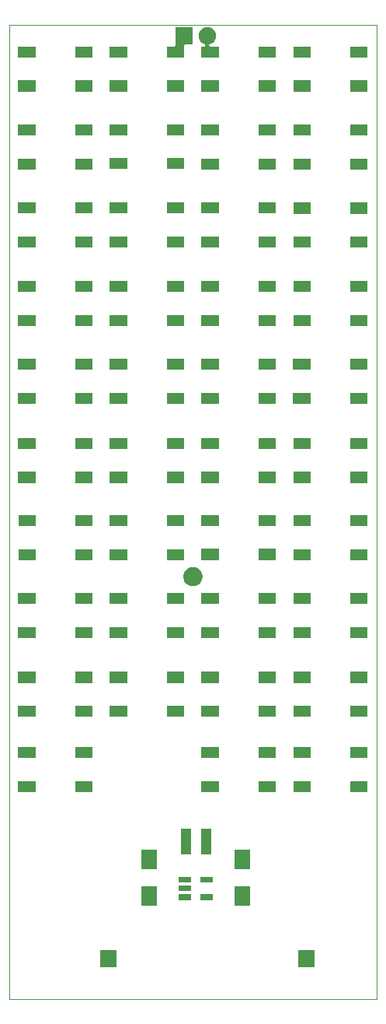
<source format=gbr>
G04 #@! TF.GenerationSoftware,KiCad,Pcbnew,(5.1.0)-1*
G04 #@! TF.CreationDate,2019-03-25T17:59:43+01:00*
G04 #@! TF.ProjectId,jvc_remote,6a76635f-7265-46d6-9f74-652e6b696361,rev?*
G04 #@! TF.SameCoordinates,Original*
G04 #@! TF.FileFunction,Soldermask,Top*
G04 #@! TF.FilePolarity,Negative*
%FSLAX46Y46*%
G04 Gerber Fmt 4.6, Leading zero omitted, Abs format (unit mm)*
G04 Created by KiCad (PCBNEW (5.1.0)-1) date 2019-03-25 17:59:43*
%MOMM*%
%LPD*%
G04 APERTURE LIST*
%ADD10C,0.050000*%
%ADD11C,0.100000*%
G04 APERTURE END LIST*
D10*
X76200000Y-139700000D02*
X76200000Y-33655000D01*
X116205000Y-139700000D02*
X76200000Y-139700000D01*
X116205000Y-33655000D02*
X116205000Y-139700000D01*
X76200000Y-33655000D02*
X116205000Y-33655000D01*
D11*
G36*
X109486000Y-136156000D02*
G01*
X107684000Y-136156000D01*
X107684000Y-134354000D01*
X109486000Y-134354000D01*
X109486000Y-136156000D01*
X109486000Y-136156000D01*
G37*
G36*
X87896000Y-136156000D02*
G01*
X86094000Y-136156000D01*
X86094000Y-134354000D01*
X87896000Y-134354000D01*
X87896000Y-136156000D01*
X87896000Y-136156000D01*
G37*
G36*
X102451000Y-129511000D02*
G01*
X100749000Y-129511000D01*
X100749000Y-127409000D01*
X102451000Y-127409000D01*
X102451000Y-129511000D01*
X102451000Y-129511000D01*
G37*
G36*
X92291000Y-129511000D02*
G01*
X90589000Y-129511000D01*
X90589000Y-127409000D01*
X92291000Y-127409000D01*
X92291000Y-129511000D01*
X92291000Y-129511000D01*
G37*
G36*
X95986800Y-128879800D02*
G01*
X94665600Y-128879800D01*
X94665600Y-128269800D01*
X95986800Y-128269800D01*
X95986800Y-128879800D01*
X95986800Y-128879800D01*
G37*
G36*
X98374400Y-128879800D02*
G01*
X97053200Y-128879800D01*
X97053200Y-128269800D01*
X98374400Y-128269800D01*
X98374400Y-128879800D01*
X98374400Y-128879800D01*
G37*
G36*
X95986800Y-127940000D02*
G01*
X94665600Y-127940000D01*
X94665600Y-127330000D01*
X95986800Y-127330000D01*
X95986800Y-127940000D01*
X95986800Y-127940000D01*
G37*
G36*
X98374400Y-127000200D02*
G01*
X97053200Y-127000200D01*
X97053200Y-126390200D01*
X98374400Y-126390200D01*
X98374400Y-127000200D01*
X98374400Y-127000200D01*
G37*
G36*
X95986800Y-127000200D02*
G01*
X94665600Y-127000200D01*
X94665600Y-126390200D01*
X95986800Y-126390200D01*
X95986800Y-127000200D01*
X95986800Y-127000200D01*
G37*
G36*
X102451000Y-125511000D02*
G01*
X100749000Y-125511000D01*
X100749000Y-123409000D01*
X102451000Y-123409000D01*
X102451000Y-125511000D01*
X102451000Y-125511000D01*
G37*
G36*
X92291000Y-125511000D02*
G01*
X90589000Y-125511000D01*
X90589000Y-123409000D01*
X92291000Y-123409000D01*
X92291000Y-125511000D01*
X92291000Y-125511000D01*
G37*
G36*
X95971000Y-123956000D02*
G01*
X94869000Y-123956000D01*
X94869000Y-121154000D01*
X95971000Y-121154000D01*
X95971000Y-123956000D01*
X95971000Y-123956000D01*
G37*
G36*
X98171000Y-123956000D02*
G01*
X97069000Y-123956000D01*
X97069000Y-121154000D01*
X98171000Y-121154000D01*
X98171000Y-123956000D01*
X98171000Y-123956000D01*
G37*
G36*
X85254800Y-117132000D02*
G01*
X83352800Y-117132000D01*
X83352800Y-115930000D01*
X85254800Y-115930000D01*
X85254800Y-117132000D01*
X85254800Y-117132000D01*
G37*
G36*
X109052200Y-117132000D02*
G01*
X107150200Y-117132000D01*
X107150200Y-115930000D01*
X109052200Y-115930000D01*
X109052200Y-117132000D01*
X109052200Y-117132000D01*
G37*
G36*
X115252200Y-117132000D02*
G01*
X113350200Y-117132000D01*
X113350200Y-115930000D01*
X115252200Y-115930000D01*
X115252200Y-117132000D01*
X115252200Y-117132000D01*
G37*
G36*
X99044600Y-117132000D02*
G01*
X97142600Y-117132000D01*
X97142600Y-115930000D01*
X99044600Y-115930000D01*
X99044600Y-117132000D01*
X99044600Y-117132000D01*
G37*
G36*
X105244600Y-117132000D02*
G01*
X103342600Y-117132000D01*
X103342600Y-115930000D01*
X105244600Y-115930000D01*
X105244600Y-117132000D01*
X105244600Y-117132000D01*
G37*
G36*
X79054800Y-117132000D02*
G01*
X77152800Y-117132000D01*
X77152800Y-115930000D01*
X79054800Y-115930000D01*
X79054800Y-117132000D01*
X79054800Y-117132000D01*
G37*
G36*
X109052200Y-113432000D02*
G01*
X107150200Y-113432000D01*
X107150200Y-112230000D01*
X109052200Y-112230000D01*
X109052200Y-113432000D01*
X109052200Y-113432000D01*
G37*
G36*
X85254800Y-113432000D02*
G01*
X83352800Y-113432000D01*
X83352800Y-112230000D01*
X85254800Y-112230000D01*
X85254800Y-113432000D01*
X85254800Y-113432000D01*
G37*
G36*
X79054800Y-113432000D02*
G01*
X77152800Y-113432000D01*
X77152800Y-112230000D01*
X79054800Y-112230000D01*
X79054800Y-113432000D01*
X79054800Y-113432000D01*
G37*
G36*
X99044600Y-113432000D02*
G01*
X97142600Y-113432000D01*
X97142600Y-112230000D01*
X99044600Y-112230000D01*
X99044600Y-113432000D01*
X99044600Y-113432000D01*
G37*
G36*
X115252200Y-113432000D02*
G01*
X113350200Y-113432000D01*
X113350200Y-112230000D01*
X115252200Y-112230000D01*
X115252200Y-113432000D01*
X115252200Y-113432000D01*
G37*
G36*
X105244600Y-113432000D02*
G01*
X103342600Y-113432000D01*
X103342600Y-112230000D01*
X105244600Y-112230000D01*
X105244600Y-113432000D01*
X105244600Y-113432000D01*
G37*
G36*
X99044600Y-108953200D02*
G01*
X97142600Y-108953200D01*
X97142600Y-107751200D01*
X99044600Y-107751200D01*
X99044600Y-108953200D01*
X99044600Y-108953200D01*
G37*
G36*
X115252200Y-108953200D02*
G01*
X113350200Y-108953200D01*
X113350200Y-107751200D01*
X115252200Y-107751200D01*
X115252200Y-108953200D01*
X115252200Y-108953200D01*
G37*
G36*
X109052200Y-108953200D02*
G01*
X107150200Y-108953200D01*
X107150200Y-107751200D01*
X109052200Y-107751200D01*
X109052200Y-108953200D01*
X109052200Y-108953200D01*
G37*
G36*
X105244600Y-108953200D02*
G01*
X103342600Y-108953200D01*
X103342600Y-107751200D01*
X105244600Y-107751200D01*
X105244600Y-108953200D01*
X105244600Y-108953200D01*
G37*
G36*
X89037000Y-108953200D02*
G01*
X87135000Y-108953200D01*
X87135000Y-107751200D01*
X89037000Y-107751200D01*
X89037000Y-108953200D01*
X89037000Y-108953200D01*
G37*
G36*
X95237000Y-108953200D02*
G01*
X93335000Y-108953200D01*
X93335000Y-107751200D01*
X95237000Y-107751200D01*
X95237000Y-108953200D01*
X95237000Y-108953200D01*
G37*
G36*
X79054800Y-108953200D02*
G01*
X77152800Y-108953200D01*
X77152800Y-107751200D01*
X79054800Y-107751200D01*
X79054800Y-108953200D01*
X79054800Y-108953200D01*
G37*
G36*
X85254800Y-108953200D02*
G01*
X83352800Y-108953200D01*
X83352800Y-107751200D01*
X85254800Y-107751200D01*
X85254800Y-108953200D01*
X85254800Y-108953200D01*
G37*
G36*
X85254800Y-105253200D02*
G01*
X83352800Y-105253200D01*
X83352800Y-104051200D01*
X85254800Y-104051200D01*
X85254800Y-105253200D01*
X85254800Y-105253200D01*
G37*
G36*
X109052200Y-105253200D02*
G01*
X107150200Y-105253200D01*
X107150200Y-104051200D01*
X109052200Y-104051200D01*
X109052200Y-105253200D01*
X109052200Y-105253200D01*
G37*
G36*
X115252200Y-105253200D02*
G01*
X113350200Y-105253200D01*
X113350200Y-104051200D01*
X115252200Y-104051200D01*
X115252200Y-105253200D01*
X115252200Y-105253200D01*
G37*
G36*
X99044600Y-105253200D02*
G01*
X97142600Y-105253200D01*
X97142600Y-104051200D01*
X99044600Y-104051200D01*
X99044600Y-105253200D01*
X99044600Y-105253200D01*
G37*
G36*
X105244600Y-105253200D02*
G01*
X103342600Y-105253200D01*
X103342600Y-104051200D01*
X105244600Y-104051200D01*
X105244600Y-105253200D01*
X105244600Y-105253200D01*
G37*
G36*
X89037000Y-105253200D02*
G01*
X87135000Y-105253200D01*
X87135000Y-104051200D01*
X89037000Y-104051200D01*
X89037000Y-105253200D01*
X89037000Y-105253200D01*
G37*
G36*
X95237000Y-105253200D02*
G01*
X93335000Y-105253200D01*
X93335000Y-104051200D01*
X95237000Y-104051200D01*
X95237000Y-105253200D01*
X95237000Y-105253200D01*
G37*
G36*
X79054800Y-105253200D02*
G01*
X77152800Y-105253200D01*
X77152800Y-104051200D01*
X79054800Y-104051200D01*
X79054800Y-105253200D01*
X79054800Y-105253200D01*
G37*
G36*
X115252200Y-100393400D02*
G01*
X113350200Y-100393400D01*
X113350200Y-99191400D01*
X115252200Y-99191400D01*
X115252200Y-100393400D01*
X115252200Y-100393400D01*
G37*
G36*
X109052200Y-100393400D02*
G01*
X107150200Y-100393400D01*
X107150200Y-99191400D01*
X109052200Y-99191400D01*
X109052200Y-100393400D01*
X109052200Y-100393400D01*
G37*
G36*
X105244600Y-100393400D02*
G01*
X103342600Y-100393400D01*
X103342600Y-99191400D01*
X105244600Y-99191400D01*
X105244600Y-100393400D01*
X105244600Y-100393400D01*
G37*
G36*
X79054800Y-100393400D02*
G01*
X77152800Y-100393400D01*
X77152800Y-99191400D01*
X79054800Y-99191400D01*
X79054800Y-100393400D01*
X79054800Y-100393400D01*
G37*
G36*
X95237000Y-100393400D02*
G01*
X93335000Y-100393400D01*
X93335000Y-99191400D01*
X95237000Y-99191400D01*
X95237000Y-100393400D01*
X95237000Y-100393400D01*
G37*
G36*
X99044600Y-100393400D02*
G01*
X97142600Y-100393400D01*
X97142600Y-99191400D01*
X99044600Y-99191400D01*
X99044600Y-100393400D01*
X99044600Y-100393400D01*
G37*
G36*
X85254800Y-100393400D02*
G01*
X83352800Y-100393400D01*
X83352800Y-99191400D01*
X85254800Y-99191400D01*
X85254800Y-100393400D01*
X85254800Y-100393400D01*
G37*
G36*
X89037000Y-100393400D02*
G01*
X87135000Y-100393400D01*
X87135000Y-99191400D01*
X89037000Y-99191400D01*
X89037000Y-100393400D01*
X89037000Y-100393400D01*
G37*
G36*
X79054800Y-96693400D02*
G01*
X77152800Y-96693400D01*
X77152800Y-95491400D01*
X79054800Y-95491400D01*
X79054800Y-96693400D01*
X79054800Y-96693400D01*
G37*
G36*
X115252200Y-96693400D02*
G01*
X113350200Y-96693400D01*
X113350200Y-95491400D01*
X115252200Y-95491400D01*
X115252200Y-96693400D01*
X115252200Y-96693400D01*
G37*
G36*
X109052200Y-96693400D02*
G01*
X107150200Y-96693400D01*
X107150200Y-95491400D01*
X109052200Y-95491400D01*
X109052200Y-96693400D01*
X109052200Y-96693400D01*
G37*
G36*
X105244600Y-96693400D02*
G01*
X103342600Y-96693400D01*
X103342600Y-95491400D01*
X105244600Y-95491400D01*
X105244600Y-96693400D01*
X105244600Y-96693400D01*
G37*
G36*
X99044600Y-96693400D02*
G01*
X97142600Y-96693400D01*
X97142600Y-95491400D01*
X99044600Y-95491400D01*
X99044600Y-96693400D01*
X99044600Y-96693400D01*
G37*
G36*
X95237000Y-96693400D02*
G01*
X93335000Y-96693400D01*
X93335000Y-95491400D01*
X95237000Y-95491400D01*
X95237000Y-96693400D01*
X95237000Y-96693400D01*
G37*
G36*
X89037000Y-96693400D02*
G01*
X87135000Y-96693400D01*
X87135000Y-95491400D01*
X89037000Y-95491400D01*
X89037000Y-96693400D01*
X89037000Y-96693400D01*
G37*
G36*
X85254800Y-96693400D02*
G01*
X83352800Y-96693400D01*
X83352800Y-95491400D01*
X85254800Y-95491400D01*
X85254800Y-96693400D01*
X85254800Y-96693400D01*
G37*
G36*
X96516564Y-92689389D02*
G01*
X96707833Y-92768615D01*
X96707835Y-92768616D01*
X96879973Y-92883635D01*
X97026365Y-93030027D01*
X97141385Y-93202167D01*
X97220611Y-93393436D01*
X97261000Y-93596484D01*
X97261000Y-93803516D01*
X97220611Y-94006564D01*
X97141385Y-94197833D01*
X97141384Y-94197835D01*
X97026365Y-94369973D01*
X96879973Y-94516365D01*
X96707835Y-94631384D01*
X96707834Y-94631385D01*
X96707833Y-94631385D01*
X96516564Y-94710611D01*
X96313516Y-94751000D01*
X96106484Y-94751000D01*
X95903436Y-94710611D01*
X95712167Y-94631385D01*
X95712166Y-94631385D01*
X95712165Y-94631384D01*
X95540027Y-94516365D01*
X95393635Y-94369973D01*
X95278616Y-94197835D01*
X95278615Y-94197833D01*
X95199389Y-94006564D01*
X95159000Y-93803516D01*
X95159000Y-93596484D01*
X95199389Y-93393436D01*
X95278615Y-93202167D01*
X95393635Y-93030027D01*
X95540027Y-92883635D01*
X95712165Y-92768616D01*
X95712167Y-92768615D01*
X95903436Y-92689389D01*
X96106484Y-92649000D01*
X96313516Y-92649000D01*
X96516564Y-92689389D01*
X96516564Y-92689389D01*
G37*
G36*
X95237000Y-91909800D02*
G01*
X93335000Y-91909800D01*
X93335000Y-90707800D01*
X95237000Y-90707800D01*
X95237000Y-91909800D01*
X95237000Y-91909800D01*
G37*
G36*
X115252200Y-91909800D02*
G01*
X113350200Y-91909800D01*
X113350200Y-90707800D01*
X115252200Y-90707800D01*
X115252200Y-91909800D01*
X115252200Y-91909800D01*
G37*
G36*
X109052200Y-91909800D02*
G01*
X107150200Y-91909800D01*
X107150200Y-90707800D01*
X109052200Y-90707800D01*
X109052200Y-91909800D01*
X109052200Y-91909800D01*
G37*
G36*
X89037000Y-91909800D02*
G01*
X87135000Y-91909800D01*
X87135000Y-90707800D01*
X89037000Y-90707800D01*
X89037000Y-91909800D01*
X89037000Y-91909800D01*
G37*
G36*
X79080200Y-91909800D02*
G01*
X77178200Y-91909800D01*
X77178200Y-90707800D01*
X79080200Y-90707800D01*
X79080200Y-91909800D01*
X79080200Y-91909800D01*
G37*
G36*
X85280200Y-91909800D02*
G01*
X83378200Y-91909800D01*
X83378200Y-90707800D01*
X85280200Y-90707800D01*
X85280200Y-91909800D01*
X85280200Y-91909800D01*
G37*
G36*
X99044600Y-91884400D02*
G01*
X97142600Y-91884400D01*
X97142600Y-90682400D01*
X99044600Y-90682400D01*
X99044600Y-91884400D01*
X99044600Y-91884400D01*
G37*
G36*
X105244600Y-91884400D02*
G01*
X103342600Y-91884400D01*
X103342600Y-90682400D01*
X105244600Y-90682400D01*
X105244600Y-91884400D01*
X105244600Y-91884400D01*
G37*
G36*
X85280200Y-88209800D02*
G01*
X83378200Y-88209800D01*
X83378200Y-87007800D01*
X85280200Y-87007800D01*
X85280200Y-88209800D01*
X85280200Y-88209800D01*
G37*
G36*
X109052200Y-88209800D02*
G01*
X107150200Y-88209800D01*
X107150200Y-87007800D01*
X109052200Y-87007800D01*
X109052200Y-88209800D01*
X109052200Y-88209800D01*
G37*
G36*
X115252200Y-88209800D02*
G01*
X113350200Y-88209800D01*
X113350200Y-87007800D01*
X115252200Y-87007800D01*
X115252200Y-88209800D01*
X115252200Y-88209800D01*
G37*
G36*
X89037000Y-88209800D02*
G01*
X87135000Y-88209800D01*
X87135000Y-87007800D01*
X89037000Y-87007800D01*
X89037000Y-88209800D01*
X89037000Y-88209800D01*
G37*
G36*
X95237000Y-88209800D02*
G01*
X93335000Y-88209800D01*
X93335000Y-87007800D01*
X95237000Y-87007800D01*
X95237000Y-88209800D01*
X95237000Y-88209800D01*
G37*
G36*
X79080200Y-88209800D02*
G01*
X77178200Y-88209800D01*
X77178200Y-87007800D01*
X79080200Y-87007800D01*
X79080200Y-88209800D01*
X79080200Y-88209800D01*
G37*
G36*
X105244600Y-88184400D02*
G01*
X103342600Y-88184400D01*
X103342600Y-86982400D01*
X105244600Y-86982400D01*
X105244600Y-88184400D01*
X105244600Y-88184400D01*
G37*
G36*
X99044600Y-88184400D02*
G01*
X97142600Y-88184400D01*
X97142600Y-86982400D01*
X99044600Y-86982400D01*
X99044600Y-88184400D01*
X99044600Y-88184400D01*
G37*
G36*
X79054800Y-83502400D02*
G01*
X77152800Y-83502400D01*
X77152800Y-82300400D01*
X79054800Y-82300400D01*
X79054800Y-83502400D01*
X79054800Y-83502400D01*
G37*
G36*
X115252200Y-83502400D02*
G01*
X113350200Y-83502400D01*
X113350200Y-82300400D01*
X115252200Y-82300400D01*
X115252200Y-83502400D01*
X115252200Y-83502400D01*
G37*
G36*
X109052200Y-83502400D02*
G01*
X107150200Y-83502400D01*
X107150200Y-82300400D01*
X109052200Y-82300400D01*
X109052200Y-83502400D01*
X109052200Y-83502400D01*
G37*
G36*
X105244600Y-83502400D02*
G01*
X103342600Y-83502400D01*
X103342600Y-82300400D01*
X105244600Y-82300400D01*
X105244600Y-83502400D01*
X105244600Y-83502400D01*
G37*
G36*
X99044600Y-83502400D02*
G01*
X97142600Y-83502400D01*
X97142600Y-82300400D01*
X99044600Y-82300400D01*
X99044600Y-83502400D01*
X99044600Y-83502400D01*
G37*
G36*
X89037000Y-83502400D02*
G01*
X87135000Y-83502400D01*
X87135000Y-82300400D01*
X89037000Y-82300400D01*
X89037000Y-83502400D01*
X89037000Y-83502400D01*
G37*
G36*
X85254800Y-83502400D02*
G01*
X83352800Y-83502400D01*
X83352800Y-82300400D01*
X85254800Y-82300400D01*
X85254800Y-83502400D01*
X85254800Y-83502400D01*
G37*
G36*
X95237000Y-83502400D02*
G01*
X93335000Y-83502400D01*
X93335000Y-82300400D01*
X95237000Y-82300400D01*
X95237000Y-83502400D01*
X95237000Y-83502400D01*
G37*
G36*
X115252200Y-79802400D02*
G01*
X113350200Y-79802400D01*
X113350200Y-78600400D01*
X115252200Y-78600400D01*
X115252200Y-79802400D01*
X115252200Y-79802400D01*
G37*
G36*
X109052200Y-79802400D02*
G01*
X107150200Y-79802400D01*
X107150200Y-78600400D01*
X109052200Y-78600400D01*
X109052200Y-79802400D01*
X109052200Y-79802400D01*
G37*
G36*
X105244600Y-79802400D02*
G01*
X103342600Y-79802400D01*
X103342600Y-78600400D01*
X105244600Y-78600400D01*
X105244600Y-79802400D01*
X105244600Y-79802400D01*
G37*
G36*
X95237000Y-79802400D02*
G01*
X93335000Y-79802400D01*
X93335000Y-78600400D01*
X95237000Y-78600400D01*
X95237000Y-79802400D01*
X95237000Y-79802400D01*
G37*
G36*
X89037000Y-79802400D02*
G01*
X87135000Y-79802400D01*
X87135000Y-78600400D01*
X89037000Y-78600400D01*
X89037000Y-79802400D01*
X89037000Y-79802400D01*
G37*
G36*
X85254800Y-79802400D02*
G01*
X83352800Y-79802400D01*
X83352800Y-78600400D01*
X85254800Y-78600400D01*
X85254800Y-79802400D01*
X85254800Y-79802400D01*
G37*
G36*
X79054800Y-79802400D02*
G01*
X77152800Y-79802400D01*
X77152800Y-78600400D01*
X79054800Y-78600400D01*
X79054800Y-79802400D01*
X79054800Y-79802400D01*
G37*
G36*
X99044600Y-79802400D02*
G01*
X97142600Y-79802400D01*
X97142600Y-78600400D01*
X99044600Y-78600400D01*
X99044600Y-79802400D01*
X99044600Y-79802400D01*
G37*
G36*
X89037000Y-74891800D02*
G01*
X87135000Y-74891800D01*
X87135000Y-73689800D01*
X89037000Y-73689800D01*
X89037000Y-74891800D01*
X89037000Y-74891800D01*
G37*
G36*
X109026800Y-74891800D02*
G01*
X107124800Y-74891800D01*
X107124800Y-73689800D01*
X109026800Y-73689800D01*
X109026800Y-74891800D01*
X109026800Y-74891800D01*
G37*
G36*
X105244600Y-74891800D02*
G01*
X103342600Y-74891800D01*
X103342600Y-73689800D01*
X105244600Y-73689800D01*
X105244600Y-74891800D01*
X105244600Y-74891800D01*
G37*
G36*
X95237000Y-74891800D02*
G01*
X93335000Y-74891800D01*
X93335000Y-73689800D01*
X95237000Y-73689800D01*
X95237000Y-74891800D01*
X95237000Y-74891800D01*
G37*
G36*
X115226800Y-74891800D02*
G01*
X113324800Y-74891800D01*
X113324800Y-73689800D01*
X115226800Y-73689800D01*
X115226800Y-74891800D01*
X115226800Y-74891800D01*
G37*
G36*
X99044600Y-74891800D02*
G01*
X97142600Y-74891800D01*
X97142600Y-73689800D01*
X99044600Y-73689800D01*
X99044600Y-74891800D01*
X99044600Y-74891800D01*
G37*
G36*
X79054800Y-74891800D02*
G01*
X77152800Y-74891800D01*
X77152800Y-73689800D01*
X79054800Y-73689800D01*
X79054800Y-74891800D01*
X79054800Y-74891800D01*
G37*
G36*
X85254800Y-74891800D02*
G01*
X83352800Y-74891800D01*
X83352800Y-73689800D01*
X85254800Y-73689800D01*
X85254800Y-74891800D01*
X85254800Y-74891800D01*
G37*
G36*
X85254800Y-71191800D02*
G01*
X83352800Y-71191800D01*
X83352800Y-69989800D01*
X85254800Y-69989800D01*
X85254800Y-71191800D01*
X85254800Y-71191800D01*
G37*
G36*
X79054800Y-71191800D02*
G01*
X77152800Y-71191800D01*
X77152800Y-69989800D01*
X79054800Y-69989800D01*
X79054800Y-71191800D01*
X79054800Y-71191800D01*
G37*
G36*
X95237000Y-71191800D02*
G01*
X93335000Y-71191800D01*
X93335000Y-69989800D01*
X95237000Y-69989800D01*
X95237000Y-71191800D01*
X95237000Y-71191800D01*
G37*
G36*
X89037000Y-71191800D02*
G01*
X87135000Y-71191800D01*
X87135000Y-69989800D01*
X89037000Y-69989800D01*
X89037000Y-71191800D01*
X89037000Y-71191800D01*
G37*
G36*
X105244600Y-71191800D02*
G01*
X103342600Y-71191800D01*
X103342600Y-69989800D01*
X105244600Y-69989800D01*
X105244600Y-71191800D01*
X105244600Y-71191800D01*
G37*
G36*
X99044600Y-71191800D02*
G01*
X97142600Y-71191800D01*
X97142600Y-69989800D01*
X99044600Y-69989800D01*
X99044600Y-71191800D01*
X99044600Y-71191800D01*
G37*
G36*
X115226800Y-71191800D02*
G01*
X113324800Y-71191800D01*
X113324800Y-69989800D01*
X115226800Y-69989800D01*
X115226800Y-71191800D01*
X115226800Y-71191800D01*
G37*
G36*
X109026800Y-71191800D02*
G01*
X107124800Y-71191800D01*
X107124800Y-69989800D01*
X109026800Y-69989800D01*
X109026800Y-71191800D01*
X109026800Y-71191800D01*
G37*
G36*
X109052200Y-66408200D02*
G01*
X107150200Y-66408200D01*
X107150200Y-65206200D01*
X109052200Y-65206200D01*
X109052200Y-66408200D01*
X109052200Y-66408200D01*
G37*
G36*
X115252200Y-66408200D02*
G01*
X113350200Y-66408200D01*
X113350200Y-65206200D01*
X115252200Y-65206200D01*
X115252200Y-66408200D01*
X115252200Y-66408200D01*
G37*
G36*
X99044600Y-66408200D02*
G01*
X97142600Y-66408200D01*
X97142600Y-65206200D01*
X99044600Y-65206200D01*
X99044600Y-66408200D01*
X99044600Y-66408200D01*
G37*
G36*
X105244600Y-66408200D02*
G01*
X103342600Y-66408200D01*
X103342600Y-65206200D01*
X105244600Y-65206200D01*
X105244600Y-66408200D01*
X105244600Y-66408200D01*
G37*
G36*
X89037000Y-66408200D02*
G01*
X87135000Y-66408200D01*
X87135000Y-65206200D01*
X89037000Y-65206200D01*
X89037000Y-66408200D01*
X89037000Y-66408200D01*
G37*
G36*
X95237000Y-66408200D02*
G01*
X93335000Y-66408200D01*
X93335000Y-65206200D01*
X95237000Y-65206200D01*
X95237000Y-66408200D01*
X95237000Y-66408200D01*
G37*
G36*
X79054800Y-66408200D02*
G01*
X77152800Y-66408200D01*
X77152800Y-65206200D01*
X79054800Y-65206200D01*
X79054800Y-66408200D01*
X79054800Y-66408200D01*
G37*
G36*
X85254800Y-66408200D02*
G01*
X83352800Y-66408200D01*
X83352800Y-65206200D01*
X85254800Y-65206200D01*
X85254800Y-66408200D01*
X85254800Y-66408200D01*
G37*
G36*
X105244600Y-62708200D02*
G01*
X103342600Y-62708200D01*
X103342600Y-61506200D01*
X105244600Y-61506200D01*
X105244600Y-62708200D01*
X105244600Y-62708200D01*
G37*
G36*
X109052200Y-62708200D02*
G01*
X107150200Y-62708200D01*
X107150200Y-61506200D01*
X109052200Y-61506200D01*
X109052200Y-62708200D01*
X109052200Y-62708200D01*
G37*
G36*
X115252200Y-62708200D02*
G01*
X113350200Y-62708200D01*
X113350200Y-61506200D01*
X115252200Y-61506200D01*
X115252200Y-62708200D01*
X115252200Y-62708200D01*
G37*
G36*
X79054800Y-62708200D02*
G01*
X77152800Y-62708200D01*
X77152800Y-61506200D01*
X79054800Y-61506200D01*
X79054800Y-62708200D01*
X79054800Y-62708200D01*
G37*
G36*
X85254800Y-62708200D02*
G01*
X83352800Y-62708200D01*
X83352800Y-61506200D01*
X85254800Y-61506200D01*
X85254800Y-62708200D01*
X85254800Y-62708200D01*
G37*
G36*
X89037000Y-62708200D02*
G01*
X87135000Y-62708200D01*
X87135000Y-61506200D01*
X89037000Y-61506200D01*
X89037000Y-62708200D01*
X89037000Y-62708200D01*
G37*
G36*
X99044600Y-62708200D02*
G01*
X97142600Y-62708200D01*
X97142600Y-61506200D01*
X99044600Y-61506200D01*
X99044600Y-62708200D01*
X99044600Y-62708200D01*
G37*
G36*
X95237000Y-62708200D02*
G01*
X93335000Y-62708200D01*
X93335000Y-61506200D01*
X95237000Y-61506200D01*
X95237000Y-62708200D01*
X95237000Y-62708200D01*
G37*
G36*
X109052200Y-57899200D02*
G01*
X107150200Y-57899200D01*
X107150200Y-56697200D01*
X109052200Y-56697200D01*
X109052200Y-57899200D01*
X109052200Y-57899200D01*
G37*
G36*
X115252200Y-57899200D02*
G01*
X113350200Y-57899200D01*
X113350200Y-56697200D01*
X115252200Y-56697200D01*
X115252200Y-57899200D01*
X115252200Y-57899200D01*
G37*
G36*
X79054800Y-57873800D02*
G01*
X77152800Y-57873800D01*
X77152800Y-56671800D01*
X79054800Y-56671800D01*
X79054800Y-57873800D01*
X79054800Y-57873800D01*
G37*
G36*
X95237000Y-57873800D02*
G01*
X93335000Y-57873800D01*
X93335000Y-56671800D01*
X95237000Y-56671800D01*
X95237000Y-57873800D01*
X95237000Y-57873800D01*
G37*
G36*
X89037000Y-57873800D02*
G01*
X87135000Y-57873800D01*
X87135000Y-56671800D01*
X89037000Y-56671800D01*
X89037000Y-57873800D01*
X89037000Y-57873800D01*
G37*
G36*
X99044600Y-57873800D02*
G01*
X97142600Y-57873800D01*
X97142600Y-56671800D01*
X99044600Y-56671800D01*
X99044600Y-57873800D01*
X99044600Y-57873800D01*
G37*
G36*
X85254800Y-57873800D02*
G01*
X83352800Y-57873800D01*
X83352800Y-56671800D01*
X85254800Y-56671800D01*
X85254800Y-57873800D01*
X85254800Y-57873800D01*
G37*
G36*
X105244600Y-57873800D02*
G01*
X103342600Y-57873800D01*
X103342600Y-56671800D01*
X105244600Y-56671800D01*
X105244600Y-57873800D01*
X105244600Y-57873800D01*
G37*
G36*
X109052200Y-54199200D02*
G01*
X107150200Y-54199200D01*
X107150200Y-52997200D01*
X109052200Y-52997200D01*
X109052200Y-54199200D01*
X109052200Y-54199200D01*
G37*
G36*
X115252200Y-54199200D02*
G01*
X113350200Y-54199200D01*
X113350200Y-52997200D01*
X115252200Y-52997200D01*
X115252200Y-54199200D01*
X115252200Y-54199200D01*
G37*
G36*
X79054800Y-54173800D02*
G01*
X77152800Y-54173800D01*
X77152800Y-52971800D01*
X79054800Y-52971800D01*
X79054800Y-54173800D01*
X79054800Y-54173800D01*
G37*
G36*
X95237000Y-54173800D02*
G01*
X93335000Y-54173800D01*
X93335000Y-52971800D01*
X95237000Y-52971800D01*
X95237000Y-54173800D01*
X95237000Y-54173800D01*
G37*
G36*
X89037000Y-54173800D02*
G01*
X87135000Y-54173800D01*
X87135000Y-52971800D01*
X89037000Y-52971800D01*
X89037000Y-54173800D01*
X89037000Y-54173800D01*
G37*
G36*
X105244600Y-54173800D02*
G01*
X103342600Y-54173800D01*
X103342600Y-52971800D01*
X105244600Y-52971800D01*
X105244600Y-54173800D01*
X105244600Y-54173800D01*
G37*
G36*
X99044600Y-54173800D02*
G01*
X97142600Y-54173800D01*
X97142600Y-52971800D01*
X99044600Y-52971800D01*
X99044600Y-54173800D01*
X99044600Y-54173800D01*
G37*
G36*
X85254800Y-54173800D02*
G01*
X83352800Y-54173800D01*
X83352800Y-52971800D01*
X85254800Y-52971800D01*
X85254800Y-54173800D01*
X85254800Y-54173800D01*
G37*
G36*
X109052200Y-49415600D02*
G01*
X107150200Y-49415600D01*
X107150200Y-48213600D01*
X109052200Y-48213600D01*
X109052200Y-49415600D01*
X109052200Y-49415600D01*
G37*
G36*
X115252200Y-49415600D02*
G01*
X113350200Y-49415600D01*
X113350200Y-48213600D01*
X115252200Y-48213600D01*
X115252200Y-49415600D01*
X115252200Y-49415600D01*
G37*
G36*
X105244600Y-49390200D02*
G01*
X103342600Y-49390200D01*
X103342600Y-48188200D01*
X105244600Y-48188200D01*
X105244600Y-49390200D01*
X105244600Y-49390200D01*
G37*
G36*
X99044600Y-49390200D02*
G01*
X97142600Y-49390200D01*
X97142600Y-48188200D01*
X99044600Y-48188200D01*
X99044600Y-49390200D01*
X99044600Y-49390200D01*
G37*
G36*
X85254800Y-49390200D02*
G01*
X83352800Y-49390200D01*
X83352800Y-48188200D01*
X85254800Y-48188200D01*
X85254800Y-49390200D01*
X85254800Y-49390200D01*
G37*
G36*
X79054800Y-49390200D02*
G01*
X77152800Y-49390200D01*
X77152800Y-48188200D01*
X79054800Y-48188200D01*
X79054800Y-49390200D01*
X79054800Y-49390200D01*
G37*
G36*
X95237000Y-49364800D02*
G01*
X93335000Y-49364800D01*
X93335000Y-48162800D01*
X95237000Y-48162800D01*
X95237000Y-49364800D01*
X95237000Y-49364800D01*
G37*
G36*
X89037000Y-49364800D02*
G01*
X87135000Y-49364800D01*
X87135000Y-48162800D01*
X89037000Y-48162800D01*
X89037000Y-49364800D01*
X89037000Y-49364800D01*
G37*
G36*
X109052200Y-45715600D02*
G01*
X107150200Y-45715600D01*
X107150200Y-44513600D01*
X109052200Y-44513600D01*
X109052200Y-45715600D01*
X109052200Y-45715600D01*
G37*
G36*
X115252200Y-45715600D02*
G01*
X113350200Y-45715600D01*
X113350200Y-44513600D01*
X115252200Y-44513600D01*
X115252200Y-45715600D01*
X115252200Y-45715600D01*
G37*
G36*
X79054800Y-45690200D02*
G01*
X77152800Y-45690200D01*
X77152800Y-44488200D01*
X79054800Y-44488200D01*
X79054800Y-45690200D01*
X79054800Y-45690200D01*
G37*
G36*
X85254800Y-45690200D02*
G01*
X83352800Y-45690200D01*
X83352800Y-44488200D01*
X85254800Y-44488200D01*
X85254800Y-45690200D01*
X85254800Y-45690200D01*
G37*
G36*
X99044600Y-45690200D02*
G01*
X97142600Y-45690200D01*
X97142600Y-44488200D01*
X99044600Y-44488200D01*
X99044600Y-45690200D01*
X99044600Y-45690200D01*
G37*
G36*
X105244600Y-45690200D02*
G01*
X103342600Y-45690200D01*
X103342600Y-44488200D01*
X105244600Y-44488200D01*
X105244600Y-45690200D01*
X105244600Y-45690200D01*
G37*
G36*
X89037000Y-45664800D02*
G01*
X87135000Y-45664800D01*
X87135000Y-44462800D01*
X89037000Y-44462800D01*
X89037000Y-45664800D01*
X89037000Y-45664800D01*
G37*
G36*
X95237000Y-45664800D02*
G01*
X93335000Y-45664800D01*
X93335000Y-44462800D01*
X95237000Y-44462800D01*
X95237000Y-45664800D01*
X95237000Y-45664800D01*
G37*
G36*
X109052200Y-40906600D02*
G01*
X107150200Y-40906600D01*
X107150200Y-39704600D01*
X109052200Y-39704600D01*
X109052200Y-40906600D01*
X109052200Y-40906600D01*
G37*
G36*
X105244600Y-40906600D02*
G01*
X103342600Y-40906600D01*
X103342600Y-39704600D01*
X105244600Y-39704600D01*
X105244600Y-40906600D01*
X105244600Y-40906600D01*
G37*
G36*
X115252200Y-40906600D02*
G01*
X113350200Y-40906600D01*
X113350200Y-39704600D01*
X115252200Y-39704600D01*
X115252200Y-40906600D01*
X115252200Y-40906600D01*
G37*
G36*
X89037000Y-40906600D02*
G01*
X87135000Y-40906600D01*
X87135000Y-39704600D01*
X89037000Y-39704600D01*
X89037000Y-40906600D01*
X89037000Y-40906600D01*
G37*
G36*
X99044600Y-40906600D02*
G01*
X97142600Y-40906600D01*
X97142600Y-39704600D01*
X99044600Y-39704600D01*
X99044600Y-40906600D01*
X99044600Y-40906600D01*
G37*
G36*
X95237000Y-40906600D02*
G01*
X93335000Y-40906600D01*
X93335000Y-39704600D01*
X95237000Y-39704600D01*
X95237000Y-40906600D01*
X95237000Y-40906600D01*
G37*
G36*
X85254800Y-40906600D02*
G01*
X83352800Y-40906600D01*
X83352800Y-39704600D01*
X85254800Y-39704600D01*
X85254800Y-40906600D01*
X85254800Y-40906600D01*
G37*
G36*
X79054800Y-40906600D02*
G01*
X77152800Y-40906600D01*
X77152800Y-39704600D01*
X79054800Y-39704600D01*
X79054800Y-40906600D01*
X79054800Y-40906600D01*
G37*
G36*
X109052200Y-37206600D02*
G01*
X107150200Y-37206600D01*
X107150200Y-36004600D01*
X109052200Y-36004600D01*
X109052200Y-37206600D01*
X109052200Y-37206600D01*
G37*
G36*
X85254800Y-37206600D02*
G01*
X83352800Y-37206600D01*
X83352800Y-36004600D01*
X85254800Y-36004600D01*
X85254800Y-37206600D01*
X85254800Y-37206600D01*
G37*
G36*
X89037000Y-37206600D02*
G01*
X87135000Y-37206600D01*
X87135000Y-36004600D01*
X89037000Y-36004600D01*
X89037000Y-37206600D01*
X89037000Y-37206600D01*
G37*
G36*
X96175600Y-35799800D02*
G01*
X95361999Y-35799800D01*
X95337613Y-35802202D01*
X95314164Y-35809315D01*
X95292553Y-35820866D01*
X95273611Y-35836411D01*
X95258066Y-35855353D01*
X95246515Y-35876964D01*
X95239402Y-35900413D01*
X95237000Y-35924799D01*
X95237000Y-37206600D01*
X93335000Y-37206600D01*
X93335000Y-36004600D01*
X94148601Y-36004600D01*
X94172987Y-36002198D01*
X94196436Y-35995085D01*
X94218047Y-35983534D01*
X94236989Y-35967989D01*
X94252534Y-35949047D01*
X94264085Y-35927436D01*
X94271198Y-35903987D01*
X94273600Y-35879601D01*
X94273600Y-33897800D01*
X96175600Y-33897800D01*
X96175600Y-35799800D01*
X96175600Y-35799800D01*
G37*
G36*
X98041995Y-33934346D02*
G01*
X98215066Y-34006034D01*
X98215067Y-34006035D01*
X98370827Y-34110110D01*
X98503290Y-34242573D01*
X98503291Y-34242575D01*
X98607366Y-34398334D01*
X98679054Y-34571405D01*
X98715600Y-34755133D01*
X98715600Y-34942467D01*
X98679054Y-35126195D01*
X98607366Y-35299266D01*
X98607365Y-35299267D01*
X98503290Y-35455027D01*
X98370827Y-35587490D01*
X98292418Y-35639881D01*
X98215066Y-35691566D01*
X98039912Y-35764117D01*
X98018301Y-35775668D01*
X97999359Y-35791213D01*
X97983814Y-35810155D01*
X97972263Y-35831766D01*
X97965150Y-35855215D01*
X97962748Y-35879601D01*
X97965150Y-35903987D01*
X97972263Y-35927436D01*
X97983814Y-35949047D01*
X97999359Y-35967989D01*
X98018301Y-35983534D01*
X98039912Y-35995085D01*
X98063361Y-36002198D01*
X98087747Y-36004600D01*
X99044600Y-36004600D01*
X99044600Y-37206600D01*
X97142600Y-37206600D01*
X97142600Y-36004600D01*
X97441453Y-36004600D01*
X97465839Y-36002198D01*
X97489288Y-35995085D01*
X97510899Y-35983534D01*
X97529841Y-35967989D01*
X97545386Y-35949047D01*
X97556937Y-35927436D01*
X97564050Y-35903987D01*
X97566452Y-35879601D01*
X97564050Y-35855215D01*
X97556937Y-35831766D01*
X97545386Y-35810155D01*
X97529841Y-35791213D01*
X97510899Y-35775668D01*
X97489288Y-35764117D01*
X97314134Y-35691566D01*
X97236782Y-35639881D01*
X97158373Y-35587490D01*
X97025910Y-35455027D01*
X96921835Y-35299267D01*
X96921834Y-35299266D01*
X96850146Y-35126195D01*
X96813600Y-34942467D01*
X96813600Y-34755133D01*
X96850146Y-34571405D01*
X96921834Y-34398334D01*
X97025909Y-34242575D01*
X97025910Y-34242573D01*
X97158373Y-34110110D01*
X97314133Y-34006035D01*
X97314134Y-34006034D01*
X97487205Y-33934346D01*
X97670933Y-33897800D01*
X97858267Y-33897800D01*
X98041995Y-33934346D01*
X98041995Y-33934346D01*
G37*
G36*
X105244600Y-37206600D02*
G01*
X103342600Y-37206600D01*
X103342600Y-36004600D01*
X105244600Y-36004600D01*
X105244600Y-37206600D01*
X105244600Y-37206600D01*
G37*
G36*
X115252200Y-37206600D02*
G01*
X113350200Y-37206600D01*
X113350200Y-36004600D01*
X115252200Y-36004600D01*
X115252200Y-37206600D01*
X115252200Y-37206600D01*
G37*
G36*
X79054800Y-37206600D02*
G01*
X77152800Y-37206600D01*
X77152800Y-36004600D01*
X79054800Y-36004600D01*
X79054800Y-37206600D01*
X79054800Y-37206600D01*
G37*
M02*

</source>
